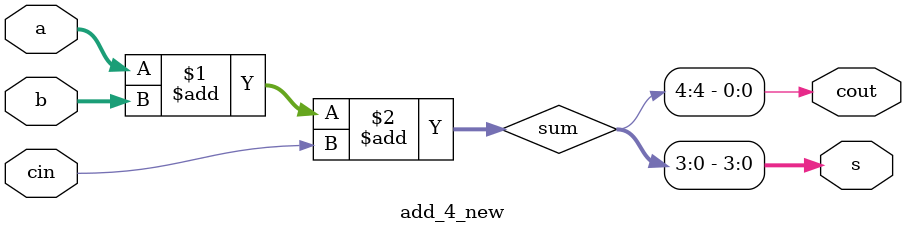
<source format=v>
`timescale 1ns / 1ps


module add_4_new(
    input [3:0] a,
    input [3:0] b,
    input cin,
    output [3:0] s,
    output cout
);
    wire [4:0] sum;
    assign sum = a + b + cin;
    assign cout = sum[4];
    assign s = sum[3:0];
endmodule

</source>
